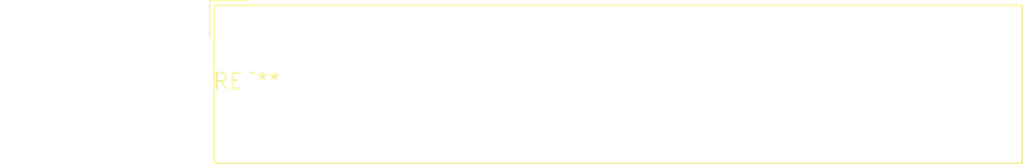
<source format=kicad_pcb>
(kicad_pcb (version 20240108) (generator pcbnew)
  (layers (0 "F.Cu" signal) (31 "B.Cu" signal) (34 "B.Paste" user) (35 "F.Paste" user) (36 "B.SilkS" user "B.Silkscreen") (37 "F.SilkS" user "F.Silkscreen") (38 "B.Mask" user) (39 "F.Mask" user) (44 "Edge.Cuts" user))
  (net 0 "")
  (footprint "Altech_AK300_1x13_P5.00mm_45-Degree" (layer "F.Cu") (at 0 0)
    (property "Reference" "REF**")
    (property "Value" "Altech_AK300_1x13_P5.00mm_45-Degree")
    (fp_line (start -3 -6.5) (end 0 -6.5) (layer "F.SilkS") (stroke (width 0.12)))
    (fp_line (start -3 -3.5) (end -3 -6.5) (layer "F.SilkS") (stroke (width 0.12)))
    (fp_line (start -2.62 -6.12) (end -2.62 6.62) (layer "F.SilkS") (stroke (width 0.12)))
    (fp_line (start -2.62 -6.12) (end -2.62 6.62) (layer "F.SilkS") (stroke (width 0.12)))
    (fp_line (start -2.62 -6.12) (end 62.62 -6.12) (layer "F.SilkS") (stroke (width 0.12)))
    (fp_line (start -2.62 -6.12) (end 62.62 -6.12) (layer "F.SilkS") (stroke (width 0.12)))
    (fp_line (start -2.62 6.62) (end 62.62 6.62) (layer "F.SilkS") (stroke (width 0.12)))
    (fp_line (start -2.62 6.62) (end 62.62 6.62) (layer "F.SilkS") (stroke (width 0.12)))
    (fp_line (start 62.62 -6.12) (end 62.62 6.62) (layer "F.SilkS") (stroke (width 0.12)))
    (fp_line (start 62.62 -6.12) (end 62.62 6.62) (layer "F.SilkS") (stroke (width 0.12)))
    (pad "1" thru_hole rect (at 0 0) (size 3 3) (drill 1.5) (layers *.Cu *.Mask) (remove_unused_layers))
    (pad "2" thru_hole circle (at 5 0) (size 3 3) (drill 1.5) (layers *.Cu *.Mask) (remove_unused_layers))
    (pad "3" thru_hole circle (at 10 0) (size 3 3) (drill 1.5) (layers *.Cu *.Mask) (remove_unused_layers))
    (pad "4" thru_hole circle (at 15 0) (size 3 3) (drill 1.5) (layers *.Cu *.Mask) (remove_unused_layers))
    (pad "5" thru_hole circle (at 20 0) (size 3 3) (drill 1.5) (layers *.Cu *.Mask) (remove_unused_layers))
    (pad "6" thru_hole circle (at 25 0) (size 3 3) (drill 1.5) (layers *.Cu *.Mask) (remove_unused_layers))
    (pad "7" thru_hole circle (at 30 0) (size 3 3) (drill 1.5) (layers *.Cu *.Mask) (remove_unused_layers))
    (pad "8" thru_hole circle (at 35 0) (size 3 3) (drill 1.5) (layers *.Cu *.Mask) (remove_unused_layers))
    (pad "9" thru_hole circle (at 40 0) (size 3 3) (drill 1.5) (layers *.Cu *.Mask) (remove_unused_layers))
    (pad "10" thru_hole circle (at 45 0) (size 3 3) (drill 1.5) (layers *.Cu *.Mask) (remove_unused_layers))
    (pad "11" thru_hole circle (at 50 0) (size 3 3) (drill 1.5) (layers *.Cu *.Mask) (remove_unused_layers))
    (pad "12" thru_hole circle (at 55 0) (size 3 3) (drill 1.5) (layers *.Cu *.Mask) (remove_unused_layers))
    (pad "13" thru_hole circle (at 60 0) (size 3 3) (drill 1.5) (layers *.Cu *.Mask) (remove_unused_layers))
  )
)
</source>
